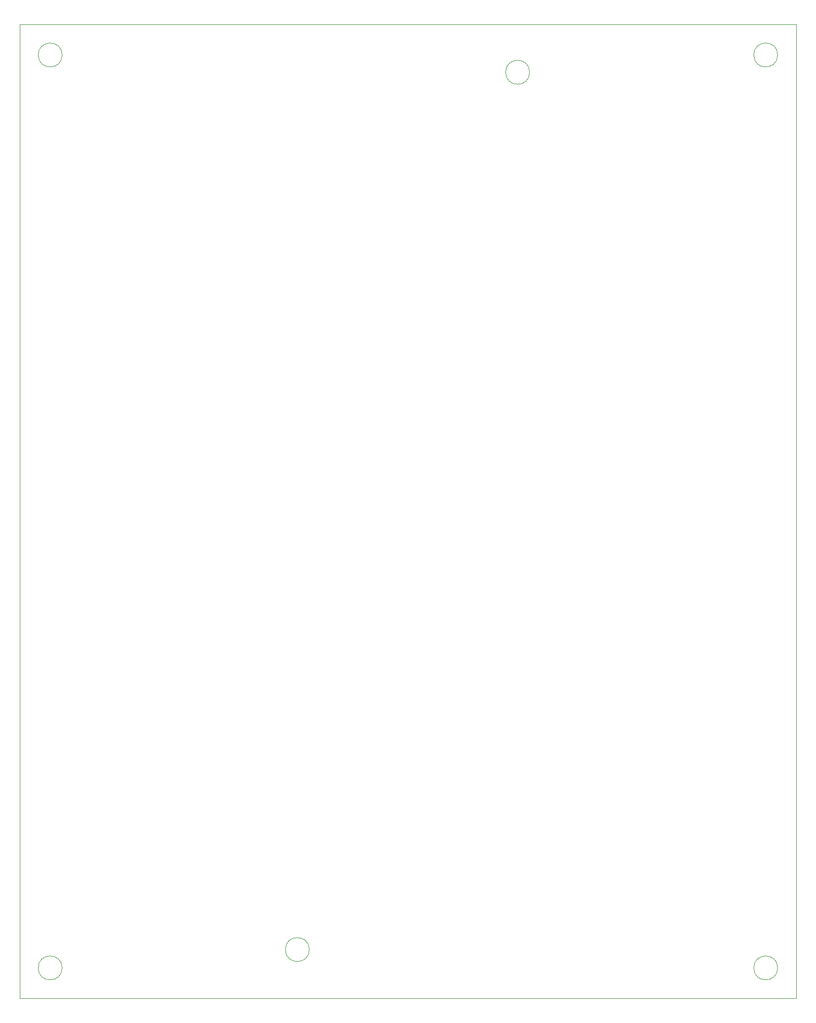
<source format=gbr>
%TF.GenerationSoftware,KiCad,Pcbnew,7.0.7*%
%TF.CreationDate,2024-10-12T22:05:23+05:30*%
%TF.ProjectId,MARS,4d415253-2e6b-4696-9361-645f70636258,rev?*%
%TF.SameCoordinates,Original*%
%TF.FileFunction,Profile,NP*%
%FSLAX46Y46*%
G04 Gerber Fmt 4.6, Leading zero omitted, Abs format (unit mm)*
G04 Created by KiCad (PCBNEW 7.0.7) date 2024-10-12 22:05:23*
%MOMM*%
%LPD*%
G01*
G04 APERTURE LIST*
%TA.AperFunction,Profile*%
%ADD10C,0.100000*%
%TD*%
G04 APERTURE END LIST*
D10*
X169640000Y-175260000D02*
G75*
G03*
X169640000Y-175260000I-2000000J0D01*
G01*
X91500000Y-172200000D02*
G75*
G03*
X91500000Y-172200000I-2000000J0D01*
G01*
X50260000Y-22860000D02*
G75*
G03*
X50260000Y-22860000I-2000000J0D01*
G01*
X169640000Y-22860000D02*
G75*
G03*
X169640000Y-22860000I-2000000J0D01*
G01*
X43180000Y-17780000D02*
X172720000Y-17780000D01*
X172720000Y-180340000D01*
X43180000Y-180340000D01*
X43180000Y-17780000D01*
X50260000Y-175260000D02*
G75*
G03*
X50260000Y-175260000I-2000000J0D01*
G01*
X128250000Y-25750000D02*
G75*
G03*
X128250000Y-25750000I-2000000J0D01*
G01*
M02*

</source>
